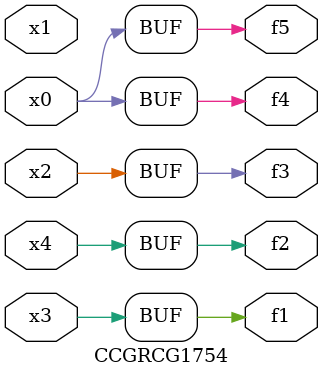
<source format=v>
module CCGRCG1754(
	input x0, x1, x2, x3, x4,
	output f1, f2, f3, f4, f5
);
	assign f1 = x3;
	assign f2 = x4;
	assign f3 = x2;
	assign f4 = x0;
	assign f5 = x0;
endmodule

</source>
